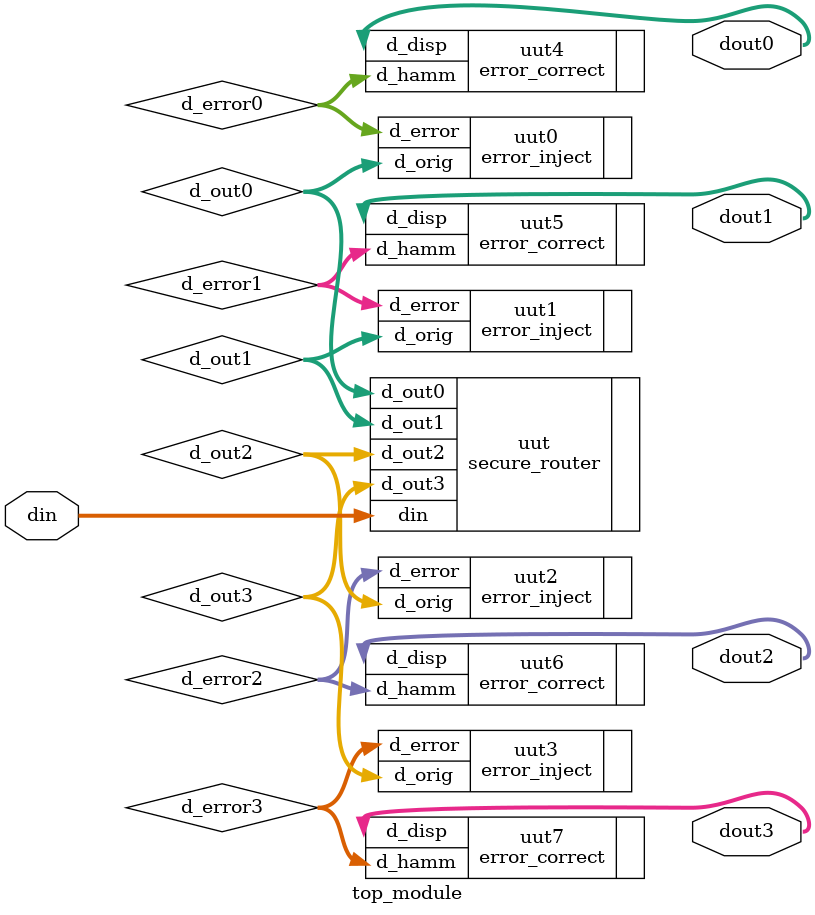
<source format=v>
`timescale 1ns / 1ps

module top_module(
    input [0:5] din,        // 6-bit input data
    output [0:3] dout0,     // 4-bit output data for channel 0
    output [0:3] dout1,     // 4-bit output data for channel 1
    output [0:3] dout2,     // 4-bit output data for channel 2
    output [0:3] dout3      // 4-bit output data for channel 3
);

    // Internal wires to connect between modules
    wire [0:6] d_out0;      // 7-bit output data from secure_router for channel 0
    wire [0:6] d_out1;      // 7-bit output data from secure_router for channel 1
    wire [0:6] d_out2;      // 7-bit output data from secure_router for channel 2
    wire [0:6] d_out3;      // 7-bit output data from secure_router for channel 3

    wire [0:6] d_error0;    // 7-bit data with errors injected for channel 0
    wire [0:6] d_error1;    // 7-bit data with errors injected for channel 1
    wire [0:6] d_error2;    // 7-bit data with errors injected for channel 2
    wire [0:6] d_error3;    // 7-bit data with errors injected for channel 3

    // Instantiate the secure_router module to generate 7-bit output data from 6-bit input
    secure_router uut (
        .din(din),           // Connect the 6-bit input data
        .d_out0(d_out0),     // Connect the 7-bit output data for channel 0
        .d_out1(d_out1),     // Connect the 7-bit output data for channel 1
        .d_out2(d_out2),     // Connect the 7-bit output data for channel 2
        .d_out3(d_out3)      // Connect the 7-bit output data for channel 3
    );

    // Instantiate the error_inject module to introduce errors into the 7-bit output data
    error_inject uut0 (
        .d_orig(d_out0),     // Connect the 7-bit output data for channel 0
        .d_error(d_error0)   // Connect the 7-bit data with errors injected for channel 0
    );

    error_inject uut1 (
        .d_orig(d_out1),     // Connect the 7-bit output data for channel 1
        .d_error(d_error1)   // Connect the 7-bit data with errors injected for channel 1
    );

    error_inject uut2 (
        .d_orig(d_out2),     // Connect the 7-bit output data for channel 2
        .d_error(d_error2)   // Connect the 7-bit data with errors injected for channel 2
    );

    error_inject uut3 (
        .d_orig(d_out3),     // Connect the 7-bit output data for channel 3
        .d_error(d_error3)   // Connect the 7-bit data with errors injected for channel 3
    );

    // Instantiate the error_correct module to correct errors in the injected data
    error_correct uut4 (
        .d_hamm(d_error0),   // Connect the 7-bit data with errors injected for channel 0
        .d_disp(dout0)       // Connect the 4-bit corrected output data for channel 0
    );

    error_correct uut5 (
        .d_hamm(d_error1),   // Connect the 7-bit data with errors injected for channel 1
        .d_disp(dout1)       // Connect the 4-bit corrected output data for channel 1
    );

    error_correct uut6 (
        .d_hamm(d_error2),   // Connect the 7-bit data with errors injected for channel 2
        .d_disp(dout2)       // Connect the 4-bit corrected output data for channel 2
    );

    error_correct uut7 (
        .d_hamm(d_error3),   // Connect the 7-bit data with errors injected for channel 3
        .d_disp(dout3)       // Connect the 4-bit corrected output data for channel 3
    );

endmodule

</source>
